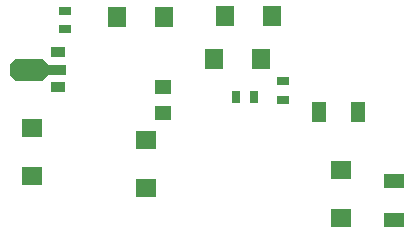
<source format=gtp>
G04 Layer_Color=8421504*
%FSLAX25Y25*%
%MOIN*%
G70*
G01*
G75*
%ADD10R,0.03937X0.03150*%
%ADD11R,0.03150X0.03937*%
%ADD12R,0.05315X0.05118*%
%ADD13R,0.06693X0.06496*%
%ADD14R,0.06496X0.06693*%
%ADD15R,0.06890X0.04724*%
%ADD16R,0.04724X0.06890*%
G04:AMPARAMS|DCode=17|XSize=70.87mil|YSize=125.98mil|CornerRadius=0mil|HoleSize=0mil|Usage=FLASHONLY|Rotation=270.000|XOffset=0mil|YOffset=0mil|HoleType=Round|Shape=Octagon|*
%AMOCTAGOND17*
4,1,8,0.06299,0.01772,0.06299,-0.01772,0.04528,-0.03543,-0.04528,-0.03543,-0.06299,-0.01772,-0.06299,0.01772,-0.04528,0.03543,0.04528,0.03543,0.06299,0.01772,0.0*
%
%ADD17OCTAGOND17*%

%ADD18R,0.05118X0.03543*%
%ADD19R,0.05906X0.03543*%
D10*
X202500Y186469D02*
D03*
Y192532D02*
D03*
X275000Y169032D02*
D03*
Y162969D02*
D03*
D11*
X259469Y164000D02*
D03*
X265531D02*
D03*
D12*
X235000Y158669D02*
D03*
Y167331D02*
D03*
D13*
X229500Y133626D02*
D03*
Y149374D02*
D03*
X191500Y137626D02*
D03*
Y153374D02*
D03*
X294500Y123626D02*
D03*
Y139374D02*
D03*
D14*
X252126Y176500D02*
D03*
X267874D02*
D03*
X219626Y190500D02*
D03*
X235374D02*
D03*
X271374Y191000D02*
D03*
X255626D02*
D03*
D15*
X312000Y123004D02*
D03*
Y135996D02*
D03*
D16*
X299996Y159000D02*
D03*
X287004D02*
D03*
D17*
X190350Y173000D02*
D03*
D18*
X199996Y178905D02*
D03*
Y167095D02*
D03*
D19*
X199602Y173000D02*
D03*
M02*

</source>
